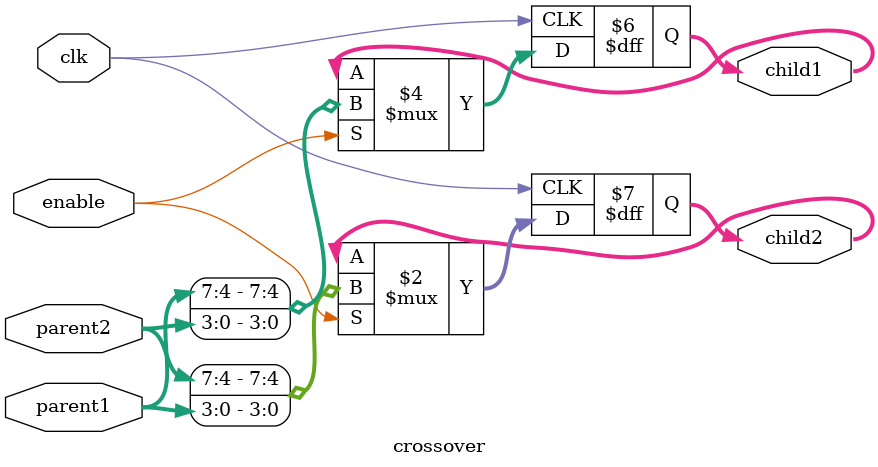
<source format=sv>
`timescale 1ns / 1ps

module crossover (
    output logic signed [7:0] child1,
    output logic signed [7:0] child2,
    input  logic signed [7:0] parent1,
    input  logic signed [7:0] parent2,
    input  logic enable,
    input  logic clk
);
    always @ (posedge clk) begin
        if (enable) begin
            child1 <= {parent1[7:4], parent2[3:0]};
            child2 <= {parent2[7:4], parent1[3:0]};
        end
    end
endmodule

</source>
